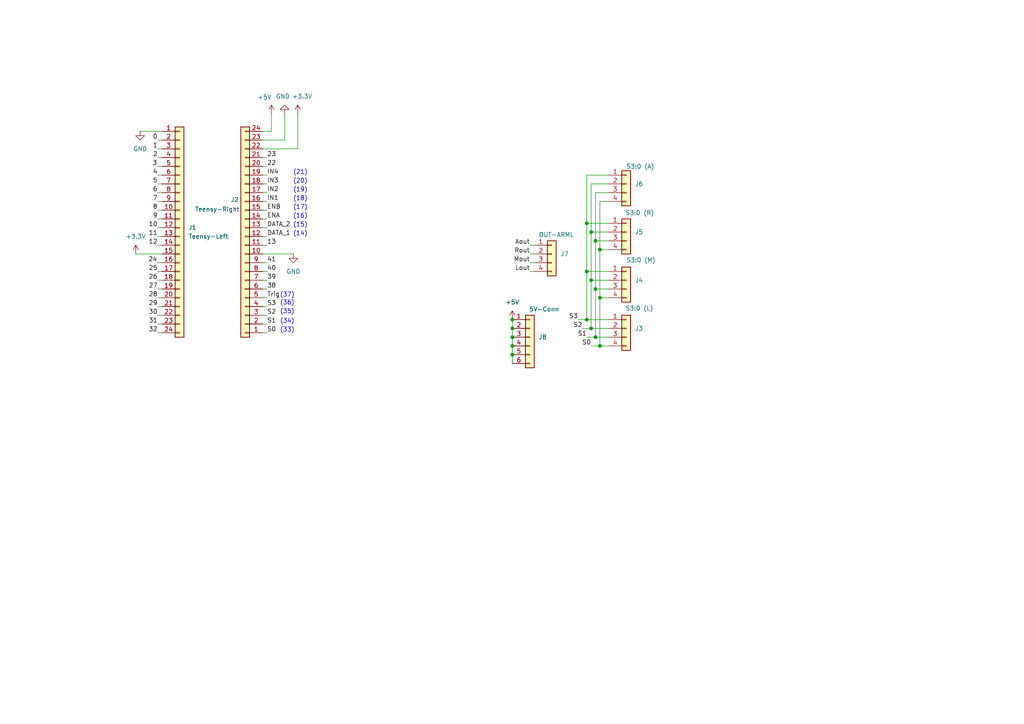
<source format=kicad_sch>
(kicad_sch (version 20250114) (generator "eeschema") (generator_version "9.0")
  (paper "A4")
  (lib_symbols
    (symbol "Connector_Generic:Conn_01x04" (pin_names (offset 1.016) (hide yes))
      (property "Reference" "J" (at 0 5.08 0))
      (property "Value" "Conn_01x04" (at 0 -7.62 0))
      (symbol "Conn_01x04_1_1"
        (rectangle (start -1.27 3.81) (end 1.27 -6.35) (stroke (width 0.254)) (fill (type background)))
        (rectangle (start -1.27 2.667) (end 0 2.413) (stroke (width 0.1524)))
        (rectangle (start -1.27 0.127) (end 0 -0.127) (stroke (width 0.1524)))
        (rectangle (start -1.27 -2.413) (end 0 -2.667) (stroke (width 0.1524)))
        (rectangle (start -1.27 -4.953) (end 0 -5.207) (stroke (width 0.1524)))
        (pin passive line (at -5.08 2.54 0) (length 3.81) (name "Pin_1") (number "1"))
        (pin passive line (at -5.08 0 0) (length 3.81) (name "Pin_2") (number "2"))
        (pin passive line (at -5.08 -2.54 0) (length 3.81) (name "Pin_3") (number "3"))
        (pin passive line (at -5.08 -5.08 0) (length 3.81) (name "Pin_4") (number "4"))
      )
    )
    (symbol "Connector_Generic:Conn_01x06" (pin_names (offset 1.016) (hide yes))
      (property "Reference" "J" (at 0 7.62 0))
      (property "Value" "Conn_01x06" (at 0 -10.16 0))
      (symbol "Conn_01x06_1_1"
        (rectangle (start -1.27 6.35) (end 1.27 -8.89) (stroke (width 0.254)) (fill (type background)))
        (rectangle (start -1.27 5.207) (end 0 4.953) (stroke (width 0.1524)))
        (rectangle (start -1.27 2.667) (end 0 2.413) (stroke (width 0.1524)))
        (rectangle (start -1.27 0.127) (end 0 -0.127) (stroke (width 0.1524)))
        (rectangle (start -1.27 -2.413) (end 0 -2.667) (stroke (width 0.1524)))
        (rectangle (start -1.27 -4.953) (end 0 -5.207) (stroke (width 0.1524)))
        (rectangle (start -1.27 -7.493) (end 0 -7.747) (stroke (width 0.1524)))
        (pin passive line (at -5.08 5.08 0) (length 3.81) (name "Pin_1") (number "1"))
        (pin passive line (at -5.08 2.54 0) (length 3.81) (name "Pin_2") (number "2"))
        (pin passive line (at -5.08 0 0) (length 3.81) (name "Pin_3") (number "3"))
        (pin passive line (at -5.08 -2.54 0) (length 3.81) (name "Pin_4") (number "4"))
        (pin passive line (at -5.08 -5.08 0) (length 3.81) (name "Pin_5") (number "5"))
        (pin passive line (at -5.08 -7.62 0) (length 3.81) (name "Pin_6") (number "6"))
      )
    )
    (symbol "Connector_Generic:Conn_01x24" (pin_names (offset 1.016) (hide yes))
      (property "Reference" "J" (at 0 30.48 0))
      (property "Value" "Conn_01x24" (at 0 -33.02 0))
      (symbol "Conn_01x24_1_1"
        (rectangle (start -1.27 29.21) (end 1.27 -31.75) (stroke (width 0.254)) (fill (type background)))
        (rectangle (start -1.27 28.067) (end 0 27.813) (stroke (width 0.1524)))
        (rectangle (start -1.27 25.527) (end 0 25.273) (stroke (width 0.1524)))
        (rectangle (start -1.27 22.987) (end 0 22.733) (stroke (width 0.1524)))
        (rectangle (start -1.27 20.447) (end 0 20.193) (stroke (width 0.1524)))
        (rectangle (start -1.27 17.907) (end 0 17.653) (stroke (width 0.1524)))
        (rectangle (start -1.27 15.367) (end 0 15.113) (stroke (width 0.1524)))
        (rectangle (start -1.27 12.827) (end 0 12.573) (stroke (width 0.1524)))
        (rectangle (start -1.27 10.287) (end 0 10.033) (stroke (width 0.1524)))
        (rectangle (start -1.27 7.747) (end 0 7.493) (stroke (width 0.1524)))
        (rectangle (start -1.27 5.207) (end 0 4.953) (stroke (width 0.1524)))
        (rectangle (start -1.27 2.667) (end 0 2.413) (stroke (width 0.1524)))
        (rectangle (start -1.27 0.127) (end 0 -0.127) (stroke (width 0.1524)))
        (rectangle (start -1.27 -2.413) (end 0 -2.667) (stroke (width 0.1524)))
        (rectangle (start -1.27 -4.953) (end 0 -5.207) (stroke (width 0.1524)))
        (rectangle (start -1.27 -7.493) (end 0 -7.747) (stroke (width 0.1524)))
        (rectangle (start -1.27 -10.033) (end 0 -10.287) (stroke (width 0.1524)))
        (rectangle (start -1.27 -12.573) (end 0 -12.827) (stroke (width 0.1524)))
        (rectangle (start -1.27 -15.113) (end 0 -15.367) (stroke (width 0.1524)))
        (rectangle (start -1.27 -17.653) (end 0 -17.907) (stroke (width 0.1524)))
        (rectangle (start -1.27 -20.193) (end 0 -20.447) (stroke (width 0.1524)))
        (rectangle (start -1.27 -22.733) (end 0 -22.987) (stroke (width 0.1524)))
        (rectangle (start -1.27 -25.273) (end 0 -25.527) (stroke (width 0.1524)))
        (rectangle (start -1.27 -27.813) (end 0 -28.067) (stroke (width 0.1524)))
        (rectangle (start -1.27 -30.353) (end 0 -30.607) (stroke (width 0.1524)))
        (pin passive line (at -5.08 27.94 0) (length 3.81) (name "Pin_1") (number "1"))
        (pin passive line (at -5.08 25.4 0) (length 3.81) (name "Pin_2") (number "2"))
        (pin passive line (at -5.08 22.86 0) (length 3.81) (name "Pin_3") (number "3"))
        (pin passive line (at -5.08 20.32 0) (length 3.81) (name "Pin_4") (number "4"))
        (pin passive line (at -5.08 17.78 0) (length 3.81) (name "Pin_5") (number "5"))
        (pin passive line (at -5.08 15.24 0) (length 3.81) (name "Pin_6") (number "6"))
        (pin passive line (at -5.08 12.7 0) (length 3.81) (name "Pin_7") (number "7"))
        (pin passive line (at -5.08 10.16 0) (length 3.81) (name "Pin_8") (number "8"))
        (pin passive line (at -5.08 7.62 0) (length 3.81) (name "Pin_9") (number "9"))
        (pin passive line (at -5.08 5.08 0) (length 3.81) (name "Pin_10") (number "10"))
        (pin passive line (at -5.08 2.54 0) (length 3.81) (name "Pin_11") (number "11"))
        (pin passive line (at -5.08 0 0) (length 3.81) (name "Pin_12") (number "12"))
        (pin passive line (at -5.08 -2.54 0) (length 3.81) (name "Pin_13") (number "13"))
        (pin passive line (at -5.08 -5.08 0) (length 3.81) (name "Pin_14") (number "14"))
        (pin passive line (at -5.08 -7.62 0) (length 3.81) (name "Pin_15") (number "15"))
        (pin passive line (at -5.08 -10.16 0) (length 3.81) (name "Pin_16") (number "16"))
        (pin passive line (at -5.08 -12.7 0) (length 3.81) (name "Pin_17") (number "17"))
        (pin passive line (at -5.08 -15.24 0) (length 3.81) (name "Pin_18") (number "18"))
        (pin passive line (at -5.08 -17.78 0) (length 3.81) (name "Pin_19") (number "19"))
        (pin passive line (at -5.08 -20.32 0) (length 3.81) (name "Pin_20") (number "20"))
        (pin passive line (at -5.08 -22.86 0) (length 3.81) (name "Pin_21") (number "21"))
        (pin passive line (at -5.08 -25.4 0) (length 3.81) (name "Pin_22") (number "22"))
        (pin passive line (at -5.08 -27.94 0) (length 3.81) (name "Pin_23") (number "23"))
        (pin passive line (at -5.08 -30.48 0) (length 3.81) (name "Pin_24") (number "24"))
      )
    )
    (symbol "power:+3.3V" (power) (pin_numbers (hide yes)) (pin_names (offset 0) (hide yes))
      (property "Value" "+3.3V" (at 0 3.556 0))
      (symbol "+3.3V_0_1"
        (polyline (pts (xy -0.762 1.27) (xy 0 2.54)))
        (polyline (pts (xy 0 2.54) (xy 0.762 1.27)))
        (polyline (pts (xy 0 0) (xy 0 2.54)))
      )
      (symbol "+3.3V_1_1"
        (pin power_in line (at 0 0 90) (length 0) (name "~") (number "1"))
      )
    )
    (symbol "power:+5V" (power) (pin_numbers (hide yes)) (pin_names (offset 0) (hide yes))
      (property "Value" "+5V" (at 0 3.556 0))
      (symbol "+5V_0_1"
        (polyline (pts (xy -0.762 1.27) (xy 0 2.54)))
        (polyline (pts (xy 0 2.54) (xy 0.762 1.27)))
        (polyline (pts (xy 0 0) (xy 0 2.54)))
      )
      (symbol "+5V_1_1"
        (pin power_in line (at 0 0 90) (length 0) (name "~") (number "1"))
      )
    )
    (symbol "power:GND" (power) (pin_numbers (hide yes)) (pin_names (offset 0) (hide yes))
      (property "Value" "GND" (at 0 -3.81 0))
      (symbol "GND_0_1"
        (polyline (pts (xy 0 0) (xy 0 -1.27) (xy 1.27 -1.27) (xy 0 -2.54) (xy -1.27 -1.27) (xy 0 -1.27)))
      )
      (symbol "GND_1_1"
        (pin power_in line (at 0 0 270) (length 0) (name "~") (number "1"))
      )
    )
  )
  (text "(19)" (at 87.122 55.118 0) (effects (font (size 1.27 1.27))))
  (text "(17)\n" (at 87.122 60.198 0) (effects (font (size 1.27 1.27))))
  (text "(34)\n" (at 83.312 93.218 0) (effects (font (size 1.27 1.27))))
  (text "(15)\n" (at 87.122 65.278 0) (effects (font (size 1.27 1.27))))
  (text "(18)" (at 87.122 57.658 0) (effects (font (size 1.27 1.27))))
  (text "(36)\n" (at 83.312 87.884 0) (effects (font (size 1.27 1.27))))
  (text "(33)\n" (at 83.312 95.758 0) (effects (font (size 1.27 1.27))))
  (text "(16)\n" (at 87.122 62.738 0) (effects (font (size 1.27 1.27))))
  (text "(21)" (at 87.122 50.038 0) (effects (font (size 1.27 1.27))))
  (text "(20)" (at 87.122 52.578 0) (effects (font (size 1.27 1.27))))
  (text "(35)" (at 83.312 90.424 0) (effects (font (size 1.27 1.27))))
  (text "(14)\n" (at 87.122 67.818 0) (effects (font (size 1.27 1.27))))
  (text "(37)\n" (at 83.312 85.598 0) (effects (font (size 1.27 1.27))))
  (junction (at 148.59 97.79))
  (junction (at 173.99 72.39))
  (junction (at 171.45 81.28))
  (junction (at 173.99 100.33))
  (junction (at 172.72 83.82))
  (junction (at 173.99 86.36))
  (junction (at 148.59 92.71))
  (junction (at 170.18 92.71))
  (junction (at 148.59 100.33))
  (junction (at 148.59 102.87))
  (junction (at 148.59 95.25))
  (junction (at 172.72 97.79))
  (junction (at 170.18 64.77))
  (junction (at 172.72 69.85))
  (junction (at 170.18 78.74))
  (junction (at 171.45 67.31))
  (junction (at 171.45 95.25))
  (wire (pts (xy 176.53 58.42) (xy 173.99 58.42)))
  (wire (pts (xy 45.72 81.28) (xy 46.99 81.28)))
  (wire (pts (xy 45.72 86.36) (xy 46.99 86.36)))
  (wire (pts (xy 45.72 93.98) (xy 46.99 93.98)))
  (wire (pts (xy 148.59 100.33) (xy 148.59 102.87)))
  (wire (pts (xy 45.72 50.8) (xy 46.99 50.8)))
  (wire (pts (xy 173.99 58.42) (xy 173.99 72.39)))
  (wire (pts (xy 45.72 40.64) (xy 46.99 40.64)))
  (wire (pts (xy 176.53 67.31) (xy 171.45 67.31)))
  (wire (pts (xy 39.37 73.66) (xy 46.99 73.66)))
  (wire (pts (xy 168.91 95.25) (xy 171.45 95.25)))
  (wire (pts (xy 45.72 83.82) (xy 46.99 83.82)))
  (wire (pts (xy 176.53 97.79) (xy 172.72 97.79)))
  (wire (pts (xy 172.72 97.79) (xy 172.72 83.82)))
  (wire (pts (xy 153.67 76.2) (xy 154.94 76.2)))
  (wire (pts (xy 77.47 78.74) (xy 76.2 78.74)))
  (wire (pts (xy 77.47 88.9) (xy 76.2 88.9)))
  (wire (pts (xy 176.53 53.34) (xy 171.45 53.34)))
  (wire (pts (xy 77.47 93.98) (xy 76.2 93.98)))
  (wire (pts (xy 45.72 96.52) (xy 46.99 96.52)))
  (wire (pts (xy 82.55 40.64) (xy 76.2 40.64)))
  (wire (pts (xy 167.64 92.71) (xy 170.18 92.71)))
  (wire (pts (xy 45.72 71.12) (xy 46.99 71.12)))
  (wire (pts (xy 45.72 88.9) (xy 46.99 88.9)))
  (wire (pts (xy 45.72 68.58) (xy 46.99 68.58)))
  (wire (pts (xy 171.45 81.28) (xy 176.53 81.28)))
  (wire (pts (xy 45.72 45.72) (xy 46.99 45.72)))
  (wire (pts (xy 171.45 100.33) (xy 173.99 100.33)))
  (wire (pts (xy 77.47 50.8) (xy 76.2 50.8)))
  (wire (pts (xy 45.72 60.96) (xy 46.99 60.96)))
  (wire (pts (xy 77.47 48.26) (xy 76.2 48.26)))
  (wire (pts (xy 172.72 55.88) (xy 172.72 69.85)))
  (wire (pts (xy 176.53 55.88) (xy 172.72 55.88)))
  (wire (pts (xy 171.45 67.31) (xy 171.45 81.28)))
  (wire (pts (xy 176.53 92.71) (xy 170.18 92.71)))
  (wire (pts (xy 45.72 91.44) (xy 46.99 91.44)))
  (wire (pts (xy 77.47 66.04) (xy 76.2 66.04)))
  (wire (pts (xy 77.47 60.96) (xy 76.2 60.96)))
  (wire (pts (xy 45.72 66.04) (xy 46.99 66.04)))
  (wire (pts (xy 170.18 97.79) (xy 172.72 97.79)))
  (wire (pts (xy 171.45 53.34) (xy 171.45 67.31)))
  (wire (pts (xy 45.72 58.42) (xy 46.99 58.42)))
  (wire (pts (xy 45.72 53.34) (xy 46.99 53.34)))
  (wire (pts (xy 77.47 58.42) (xy 76.2 58.42)))
  (wire (pts (xy 176.53 72.39) (xy 173.99 72.39)))
  (wire (pts (xy 77.47 68.58) (xy 76.2 68.58)))
  (wire (pts (xy 170.18 50.8) (xy 170.18 64.77)))
  (wire (pts (xy 85.09 73.66) (xy 76.2 73.66)))
  (wire (pts (xy 77.47 81.28) (xy 76.2 81.28)))
  (wire (pts (xy 148.59 92.71) (xy 148.59 95.25)))
  (wire (pts (xy 76.2 43.18) (xy 86.36 43.18)))
  (wire (pts (xy 77.47 53.34) (xy 76.2 53.34)))
  (wire (pts (xy 77.47 45.72) (xy 76.2 45.72)))
  (wire (pts (xy 45.622 76.2) (xy 46.892 76.2)))
  (wire (pts (xy 176.53 100.33) (xy 173.99 100.33)))
  (wire (pts (xy 173.99 86.36) (xy 176.53 86.36)))
  (wire (pts (xy 170.18 78.74) (xy 176.53 78.74)))
  (wire (pts (xy 45.72 63.5) (xy 46.99 63.5)))
  (wire (pts (xy 172.72 83.82) (xy 176.53 83.82)))
  (wire (pts (xy 170.18 64.77) (xy 170.18 78.74)))
  (wire (pts (xy 77.47 76.2) (xy 76.2 76.2)))
  (wire (pts (xy 45.72 78.74) (xy 46.99 78.74)))
  (wire (pts (xy 45.6241 48.26) (xy 46.8941 48.26)))
  (wire (pts (xy 77.47 86.36) (xy 76.2 86.36)))
  (wire (pts (xy 45.72 55.88) (xy 46.99 55.88)))
  (wire (pts (xy 77.47 71.12) (xy 76.2 71.12)))
  (wire (pts (xy 78.74 38.1) (xy 76.2 38.1)))
  (wire (pts (xy 86.36 33.02) (xy 86.36 43.18)))
  (wire (pts (xy 171.45 95.25) (xy 171.45 81.28)))
  (wire (pts (xy 78.74 33.02) (xy 78.74 38.1)))
  (wire (pts (xy 173.99 72.39) (xy 173.99 86.36)))
  (wire (pts (xy 77.47 91.44) (xy 76.2 91.44)))
  (wire (pts (xy 77.47 96.52) (xy 76.2 96.52)))
  (wire (pts (xy 77.47 83.82) (xy 76.2 83.82)))
  (wire (pts (xy 77.47 55.88) (xy 76.2 55.88)))
  (wire (pts (xy 40.64 38.1) (xy 46.99 38.1)))
  (wire (pts (xy 148.59 97.79) (xy 148.59 100.33)))
  (wire (pts (xy 172.72 69.85) (xy 172.72 83.82)))
  (wire (pts (xy 153.67 78.74) (xy 154.94 78.74)))
  (wire (pts (xy 153.67 71.12) (xy 154.94 71.12)))
  (wire (pts (xy 176.53 50.8) (xy 170.18 50.8)))
  (wire (pts (xy 176.53 95.25) (xy 171.45 95.25)))
  (wire (pts (xy 176.53 64.77) (xy 170.18 64.77)))
  (wire (pts (xy 170.18 92.71) (xy 170.18 78.74)))
  (wire (pts (xy 82.55 33.02) (xy 82.55 40.64)))
  (wire (pts (xy 176.53 69.85) (xy 172.72 69.85)))
  (wire (pts (xy 77.47 63.5) (xy 76.2 63.5)))
  (wire (pts (xy 148.59 102.87) (xy 148.59 105.41)))
  (wire (pts (xy 153.67 73.66) (xy 154.94 73.66)))
  (wire (pts (xy 173.99 100.33) (xy 173.99 86.36)))
  (wire (pts (xy 148.59 95.25) (xy 148.59 97.79)))
  (wire (pts (xy 45.72 43.18) (xy 46.99 43.18)))
  (label "12" (at 45.72 71.12 180))
  (label "0" (at 45.72 40.64 180))
  (label "ENA" (at 77.47 63.5 0))
  (label "22" (at 77.47 48.26 0))
  (label "Rout" (at 153.67 73.66 180))
  (label "DATA_1" (at 77.47 68.58 0))
  (label "25" (at 45.72 78.74 180))
  (label "7" (at 45.72 58.42 180))
  (label "39" (at 77.47 81.28 0))
  (label "6" (at 45.72 55.88 180))
  (label "S0" (at 171.45 100.33 180))
  (label "IN2" (at 77.47 55.88 0))
  (label "3" (at 45.6241 48.26 180))
  (label "S2" (at 77.47 91.44 0))
  (label "1" (at 45.72 43.18 180))
  (label "S2" (at 168.91 95.25 180))
  (label "8" (at 45.72 60.96 180))
  (label "Mout" (at 153.67 76.2 180))
  (label "IN4" (at 77.47 50.8 0))
  (label "13" (at 77.47 71.12 0))
  (label "10" (at 45.72 66.04 180))
  (label "S3" (at 77.47 88.9 0))
  (label "S1" (at 77.47 93.98 0))
  (label "S1" (at 170.18 97.79 180))
  (label "27" (at 45.72 83.82 180))
  (label "IN1" (at 77.47 58.42 0))
  (label "5" (at 45.72 53.34 180))
  (label "38" (at 77.47 83.82 0))
  (label "Lout" (at 153.67 78.74 180))
  (label "Aout" (at 153.67 71.12 180))
  (label "30" (at 45.72 91.44 180))
  (label "Trig" (at 77.47 86.36 0))
  (label "28" (at 45.72 86.36 180))
  (label "24" (at 45.622 76.2 180))
  (label "ENB" (at 77.47 60.96 0))
  (label "2" (at 45.72 45.72 180))
  (label "23" (at 77.47 45.72 0))
  (label "32" (at 45.72 96.52 180))
  (label "41" (at 77.47 76.2 0))
  (label "S0" (at 77.47 96.52 0))
  (label "4" (at 45.72 50.8 180))
  (label "S3" (at 167.64 92.71 180))
  (label "29" (at 45.72 88.9 180))
  (label "9" (at 45.72 63.5 180))
  (label "31" (at 45.72 93.98 180))
  (label "11" (at 45.72 68.58 180))
  (label "26" (at 45.72 81.28 180))
  (label "IN3" (at 77.47 53.34 0))
  (label "40" (at 77.47 78.74 0))
  (label "DATA_2" (at 77.47 66.04 0))
  (symbol (lib_id "Connector_Generic:Conn_01x24") (at 52.07 66.04 0) (unit 1)
    (property "Reference" "J1" (at 54.61 66.0399 0) (effects (justify left)))
    (property "Value" "Teensy-Left" (at 54.61 68.5799 0) (effects (justify left)))
    (property "Footprint" "Connector_PinSocket_2.54mm:PinSocket_1x24_P2.54mm_Vertical" (effects (hide yes)))
    (property "Description" "Generic connector, single row, 01x24, script generated (kicad-library-utils/schlib/autogen/connector/)" (effects (hide yes)))
  )
  (symbol (lib_id "Connector_Generic:Conn_01x04") (at 181.61 95.25 0) (unit 1)
    (property "Reference" "J3" (at 184.15 95.2499 0) (effects (justify left)))
    (property "Value" "S3:0 (L)" (at 181.356 89.408 0) (effects (justify left)))
    (property "Footprint" "Connector_PinHeader_2.54mm:PinHeader_1x04_P2.54mm_Vertical" (effects (hide yes)))
    (property "Description" "Generic connector, single row, 01x04, script generated (kicad-library-utils/schlib/autogen/connector/)" (effects (hide yes)))
  )
  (symbol (lib_id "power:+5V") (at 78.74 33.02 0) (unit 1)
    (property "Reference" "#PWR04" (effects (hide yes)))
    (property "Value" "+5V" (at 76.708 28.194 0))
    (property "Description" "Power symbol creates a global label with name \"+5V\"" (effects (hide yes)))
  )
  (symbol (lib_id "power:+3.3V") (at 86.36 33.02 0) (unit 1)
    (property "Reference" "#PWR05" (effects (hide yes)))
    (property "Value" "+3.3V" (at 87.63 27.94 0))
    (property "Description" "Power symbol creates a global label with name \"+3.3V\"" (effects (hide yes)))
  )
  (symbol (lib_id "power:+5V") (at 148.59 92.71 0) (unit 1)
    (property "Reference" "#PWR07" (effects (hide yes)))
    (property "Value" "+5V" (at 148.59 87.63 0))
    (property "Description" "Power symbol creates a global label with name \"+5V\"" (effects (hide yes)))
  )
  (symbol (lib_id "Connector_Generic:Conn_01x06") (at 153.67 97.79 0) (unit 1)
    (property "Reference" "J8" (at 156.21 97.7899 0) (effects (justify left)))
    (property "Value" "5V-Conn" (at 153.416 89.662 0) (effects (justify left)))
    (property "Footprint" "Connector_PinHeader_2.54mm:PinHeader_1x06_P2.54mm_Vertical" (effects (hide yes)))
    (property "Description" "Generic connector, single row, 01x06, script generated (kicad-library-utils/schlib/autogen/connector/)" (effects (hide yes)))
  )
  (symbol (lib_id "power:GND") (at 85.09 73.66 0) (unit 1)
    (property "Reference" "#PWR06" (effects (hide yes)))
    (property "Value" "GND" (at 85.09 78.74 0))
    (property "Description" "Power symbol creates a global label with name \"GND\" , ground" (effects (hide yes)))
  )
  (symbol (lib_id "power:GND") (at 82.55 33.02 180) (unit 1)
    (property "Reference" "#PWR02" (effects (hide yes)))
    (property "Value" "GND" (at 82.042 27.94 0))
    (property "Description" "Power symbol creates a global label with name \"GND\" , ground" (effects (hide yes)))
  )
  (symbol (lib_id "power:GND") (at 40.64 38.1 0) (unit 1)
    (property "Reference" "#PWR01" (effects (hide yes)))
    (property "Value" "GND" (at 40.64 43.18 0))
    (property "Description" "Power symbol creates a global label with name \"GND\" , ground" (effects (hide yes)))
  )
  (symbol (lib_id "Connector_Generic:Conn_01x04") (at 160.02 73.66 0) (unit 1)
    (property "Reference" "J7" (at 162.56 73.6599 0) (effects (justify left)))
    (property "Value" "OUT-ARML" (at 156.21 68.072 0) (effects (justify left)))
    (property "Footprint" "Connector_PinHeader_2.54mm:PinHeader_1x04_P2.54mm_Vertical" (effects (hide yes)))
    (property "Description" "Generic connector, single row, 01x04, script generated (kicad-library-utils/schlib/autogen/connector/)" (effects (hide yes)))
  )
  (symbol (lib_id "Connector_Generic:Conn_01x04") (at 181.61 53.34 0) (unit 1)
    (property "Reference" "J6" (at 184.15 53.3399 0) (effects (justify left)))
    (property "Value" "S3:0 (A)" (at 181.61 48.26 0) (effects (justify left)))
    (property "Footprint" "Connector_PinHeader_2.54mm:PinHeader_1x04_P2.54mm_Vertical" (effects (hide yes)))
    (property "Description" "Generic connector, single row, 01x04, script generated (kicad-library-utils/schlib/autogen/connector/)" (effects (hide yes)))
  )
  (symbol (lib_id "Connector_Generic:Conn_01x24") (at 71.12 68.58 180) (unit 1)
    (property "Reference" "J2" (at 68.072 57.912 0))
    (property "Value" "Teensy-Right" (at 62.992 60.706 0))
    (property "Footprint" "Connector_PinSocket_2.54mm:PinSocket_1x24_P2.54mm_Vertical" (effects (hide yes)))
    (property "Description" "Generic connector, single row, 01x24, script generated (kicad-library-utils/schlib/autogen/connector/)" (effects (hide yes)))
  )
  (symbol (lib_id "Connector_Generic:Conn_01x04") (at 181.61 67.31 0) (unit 1)
    (property "Reference" "J5" (at 184.15 67.3099 0) (effects (justify left)))
    (property "Value" "S3:0 (R)" (at 181.356 61.722 0) (effects (justify left)))
    (property "Footprint" "Connector_PinHeader_2.54mm:PinHeader_1x04_P2.54mm_Vertical" (effects (hide yes)))
    (property "Description" "Generic connector, single row, 01x04, script generated (kicad-library-utils/schlib/autogen/connector/)" (effects (hide yes)))
  )
  (symbol (lib_id "power:+3.3V") (at 39.37 73.66 0) (unit 1)
    (property "Reference" "#PWR03" (effects (hide yes)))
    (property "Value" "+3.3V" (at 39.37 68.58 0))
    (property "Description" "Power symbol creates a global label with name \"+3.3V\"" (effects (hide yes)))
  )
  (symbol (lib_id "Connector_Generic:Conn_01x04") (at 181.61 81.28 0) (unit 1)
    (property "Reference" "J4" (at 184.15 81.2799 0) (effects (justify left)))
    (property "Value" "S3:0 (M)" (at 181.61 75.438 0) (effects (justify left)))
    (property "Footprint" "Connector_PinHeader_2.54mm:PinHeader_1x04_P2.54mm_Vertical" (effects (hide yes)))
    (property "Description" "Generic connector, single row, 01x04, script generated (kicad-library-utils/schlib/autogen/connector/)" (effects (hide yes)))
  )
)
</source>
